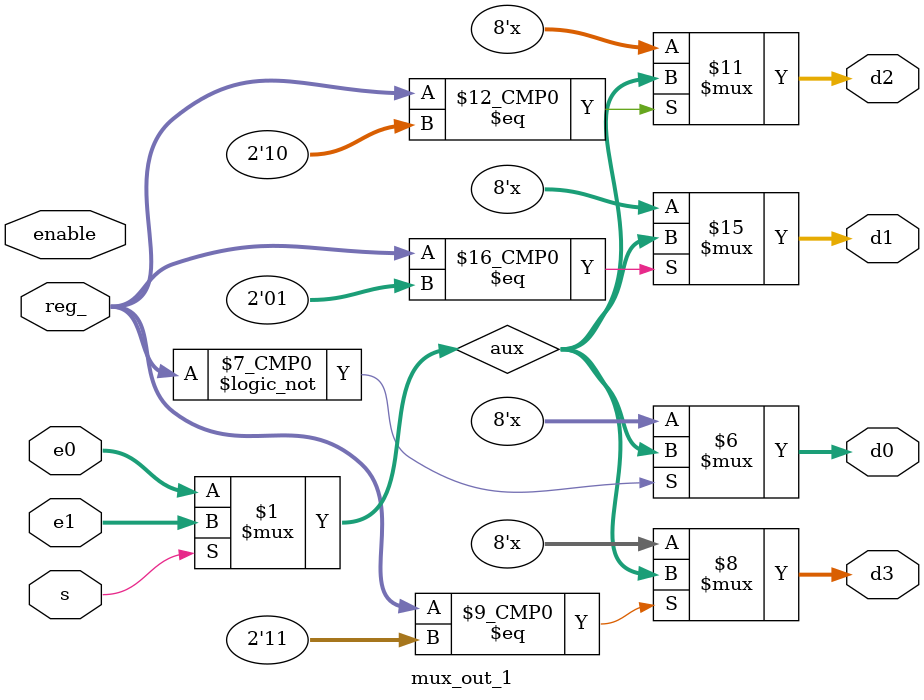
<source format=v>
module mux_out_1 #(parameter WIDTH = 8)
             (input  wire [WIDTH-1:0] e0, e1, 
              input  wire             s, enable, 
              input  wire [1:0]       reg_, 
              output reg [WIDTH-1:0] d0, d1, d2, d3 );
  wire [7:0] aux;
  assign aux = s ? e1 : e0;
  always @(reg_,aux)
  begin
    case (reg_)
      2'b00: d0 = aux;
      2'b01: d1 = aux;
      2'b10: d2 = aux;
      2'b11: d3 = aux;
    endcase
  end
endmodule
</source>
